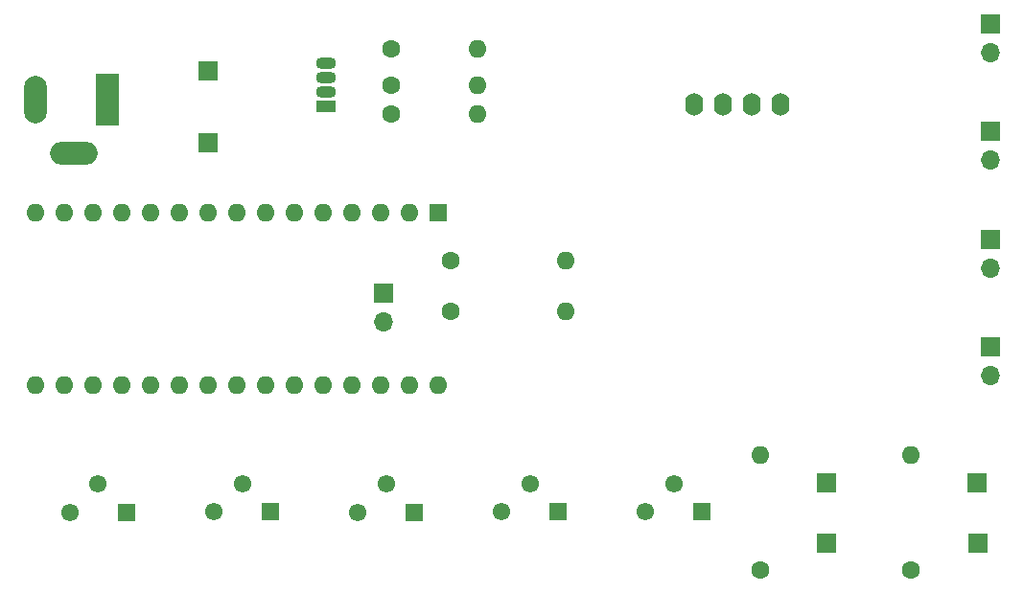
<source format=gbr>
%TF.GenerationSoftware,KiCad,Pcbnew,8.0.4-8.0.4-0~ubuntu22.04.1*%
%TF.CreationDate,2024-09-15T12:59:40-04:00*%
%TF.ProjectId,RonsEcono15,526f6e73-4563-46f6-9e6f-31352e6b6963,rev?*%
%TF.SameCoordinates,Original*%
%TF.FileFunction,Soldermask,Top*%
%TF.FilePolarity,Negative*%
%FSLAX46Y46*%
G04 Gerber Fmt 4.6, Leading zero omitted, Abs format (unit mm)*
G04 Created by KiCad (PCBNEW 8.0.4-8.0.4-0~ubuntu22.04.1) date 2024-09-15 12:59:40*
%MOMM*%
%LPD*%
G01*
G04 APERTURE LIST*
%ADD10R,1.700000X1.700000*%
%ADD11O,1.700000X1.700000*%
%ADD12C,1.600000*%
%ADD13O,1.600000X1.600000*%
%ADD14R,2.000000X4.600000*%
%ADD15O,2.000000X4.200000*%
%ADD16O,4.200000X2.000000*%
%ADD17R,1.550000X1.550000*%
%ADD18C,1.550000*%
%ADD19O,1.600000X2.000000*%
%ADD20R,1.600000X1.600000*%
%ADD21R,1.800000X1.070000*%
%ADD22O,1.800000X1.070000*%
G04 APERTURE END LIST*
D10*
%TO.C,REF\u002A\u002A*%
X182250096Y-53324744D03*
D11*
X182250096Y-55864744D03*
%TD*%
D10*
%TO.C,*%
X181132824Y-93866593D03*
%TD*%
D12*
%TO.C,REF\u002A\u002A*%
X161930096Y-101589742D03*
D13*
X161930096Y-91429742D03*
%TD*%
D10*
%TO.C,*%
X113204422Y-63815000D03*
%TD*%
D14*
%TO.C,DC12v*%
X104280096Y-59999743D03*
D15*
X97980096Y-59999743D03*
D16*
X101380096Y-64799743D03*
%TD*%
D12*
%TO.C,REF\u002A\u002A*%
X134625096Y-74284743D03*
D13*
X144785096Y-74284743D03*
%TD*%
D17*
%TO.C,REF\u002A\u002A*%
X156810096Y-96464743D03*
D18*
X154310096Y-93964743D03*
X151810096Y-96464743D03*
%TD*%
D12*
%TO.C,REF\u002A\u002A*%
X129355000Y-58735000D03*
D13*
X136975000Y-58735000D03*
%TD*%
D10*
%TO.C,*%
X182250096Y-53324744D03*
%TD*%
D19*
%TO.C,SSD1306*%
X156105096Y-60429743D03*
X158645096Y-60429743D03*
X161185096Y-60429743D03*
X163725096Y-60429743D03*
%TD*%
D20*
%TO.C,REF\u002A\u002A*%
X133536292Y-70060772D03*
D13*
X130996292Y-70060772D03*
X128456292Y-70060772D03*
X125916292Y-70060772D03*
X123376292Y-70060772D03*
X120836292Y-70060772D03*
X118296292Y-70060772D03*
X115756292Y-70060772D03*
X113216292Y-70060772D03*
X110676292Y-70060772D03*
X108136292Y-70060772D03*
X105596292Y-70060772D03*
X103056292Y-70060772D03*
X100516292Y-70060772D03*
X97976292Y-70060772D03*
X97976292Y-85300772D03*
X100516292Y-85300772D03*
X103056292Y-85300772D03*
X105596292Y-85300772D03*
X108136292Y-85300772D03*
X110676292Y-85300772D03*
X113216292Y-85300772D03*
X115756292Y-85300772D03*
X118296292Y-85300772D03*
X120836292Y-85300772D03*
X123376292Y-85300772D03*
X125916292Y-85300772D03*
X128456292Y-85300772D03*
X130996292Y-85300772D03*
X133536292Y-85300772D03*
%TD*%
D17*
%TO.C,REF\u002A\u002A*%
X105970096Y-96509743D03*
D18*
X103470096Y-94009743D03*
X100970096Y-96509743D03*
%TD*%
D10*
%TO.C,*%
X167820096Y-99224743D03*
%TD*%
%TO.C,REF\u002A\u002A*%
X128720000Y-77150000D03*
D11*
X128720000Y-79690000D03*
%TD*%
D12*
%TO.C,REF\u002A\u002A*%
X129355000Y-61275000D03*
D13*
X136975000Y-61275000D03*
%TD*%
D10*
%TO.C,*%
X113204422Y-57465000D03*
%TD*%
%TO.C,*%
X182250096Y-72379743D03*
%TD*%
%TO.C,REF\u002A\u002A*%
X182250096Y-72379743D03*
D11*
X182250096Y-74919743D03*
%TD*%
D21*
%TO.C,REF\u002A\u002A*%
X123640000Y-60635000D03*
D22*
X123640000Y-59364999D03*
X123640000Y-58095000D03*
X123640000Y-56825000D03*
%TD*%
D10*
%TO.C,REF\u002A\u002A*%
X182250096Y-62849743D03*
D11*
X182250096Y-65389743D03*
%TD*%
D10*
%TO.C,*%
X181155096Y-99224743D03*
%TD*%
%TO.C,*%
X167797824Y-93866593D03*
%TD*%
D17*
%TO.C,REF\u002A\u002A*%
X118710096Y-96464743D03*
D18*
X116210096Y-93964743D03*
X113710096Y-96464743D03*
%TD*%
D10*
%TO.C,REF\u002A\u002A*%
X182250096Y-81904743D03*
D11*
X182250096Y-84444743D03*
%TD*%
D12*
%TO.C,REF\u002A\u002A*%
X175265096Y-101589742D03*
D13*
X175265096Y-91429742D03*
%TD*%
D12*
%TO.C,REF\u002A\u002A*%
X129355000Y-55560000D03*
D13*
X136975000Y-55560000D03*
%TD*%
D17*
%TO.C,REF\u002A\u002A*%
X131410096Y-96509743D03*
D18*
X128910096Y-94009743D03*
X126410096Y-96509743D03*
%TD*%
D10*
%TO.C,*%
X182250096Y-81904743D03*
%TD*%
%TO.C,*%
X182250096Y-62849743D03*
%TD*%
D12*
%TO.C,REF\u002A\u002A*%
X134625096Y-78729743D03*
D13*
X144785096Y-78729743D03*
%TD*%
D17*
%TO.C,REF\u002A\u002A*%
X144110096Y-96464743D03*
D18*
X141610096Y-93964743D03*
X139110096Y-96464743D03*
%TD*%
M02*

</source>
